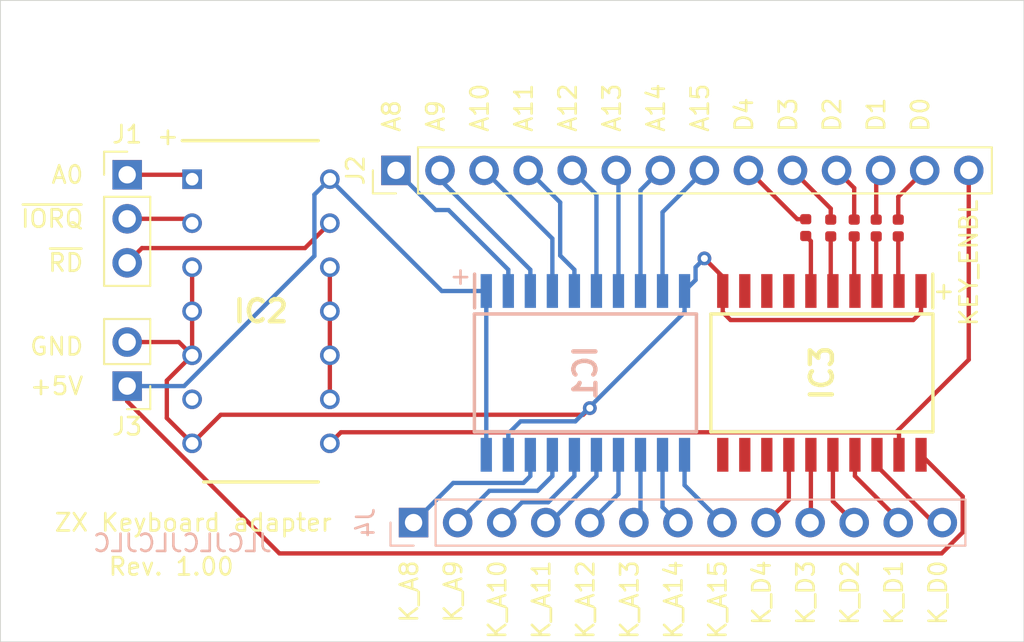
<source format=kicad_pcb>
(kicad_pcb (version 20171130) (host pcbnew "(5.1.6)-1")

  (general
    (thickness 1.6)
    (drawings 42)
    (tracks 137)
    (zones 0)
    (modules 12)
    (nets 39)
  )

  (page A4)
  (layers
    (0 F.Cu signal)
    (31 B.Cu signal)
    (32 B.Adhes user)
    (33 F.Adhes user)
    (34 B.Paste user)
    (35 F.Paste user)
    (36 B.SilkS user)
    (37 F.SilkS user)
    (38 B.Mask user)
    (39 F.Mask user)
    (40 Dwgs.User user hide)
    (41 Cmts.User user)
    (42 Eco1.User user)
    (43 Eco2.User user)
    (44 Edge.Cuts user)
    (45 Margin user)
    (46 B.CrtYd user hide)
    (47 F.CrtYd user hide)
    (48 B.Fab user hide)
    (49 F.Fab user hide)
  )

  (setup
    (last_trace_width 0.25)
    (trace_clearance 0.2)
    (zone_clearance 0.508)
    (zone_45_only no)
    (trace_min 0.2)
    (via_size 0.8)
    (via_drill 0.4)
    (via_min_size 0.4)
    (via_min_drill 0.3)
    (user_via 5 4)
    (uvia_size 0.3)
    (uvia_drill 0.1)
    (uvias_allowed no)
    (uvia_min_size 0.2)
    (uvia_min_drill 0.1)
    (edge_width 0.05)
    (segment_width 0.2)
    (pcb_text_width 0.3)
    (pcb_text_size 1.5 1.5)
    (mod_edge_width 0.12)
    (mod_text_size 1 1)
    (mod_text_width 0.15)
    (pad_size 1.524 1.524)
    (pad_drill 0.762)
    (pad_to_mask_clearance 0.05)
    (aux_axis_origin 0 0)
    (visible_elements 7FFFFFFF)
    (pcbplotparams
      (layerselection 0x010fc_ffffffff)
      (usegerberextensions false)
      (usegerberattributes true)
      (usegerberadvancedattributes true)
      (creategerberjobfile true)
      (excludeedgelayer true)
      (linewidth 0.100000)
      (plotframeref false)
      (viasonmask false)
      (mode 1)
      (useauxorigin false)
      (hpglpennumber 1)
      (hpglpenspeed 20)
      (hpglpendiameter 15.000000)
      (psnegative false)
      (psa4output false)
      (plotreference true)
      (plotvalue true)
      (plotinvisibletext false)
      (padsonsilk false)
      (subtractmaskfromsilk false)
      (outputformat 1)
      (mirror false)
      (drillshape 0)
      (scaleselection 1)
      (outputdirectory "gerber/"))
  )

  (net 0 "")
  (net 1 +5V)
  (net 2 GND)
  (net 3 /K_A8)
  (net 4 /K_A9)
  (net 5 /K_A10)
  (net 6 /K_A11)
  (net 7 /K_A12)
  (net 8 /K_A13)
  (net 9 /K_A14)
  (net 10 /K_A15)
  (net 11 "Net-(IC2-Pad10)")
  (net 12 /KEY_ENBL)
  (net 13 /K_D0)
  (net 14 /K_D1)
  (net 15 /K_D2)
  (net 16 /K_D3)
  (net 17 /K_D4)
  (net 18 "Net-(IC3-Pad6)")
  (net 19 "Net-(IC3-Pad5)")
  (net 20 "Net-(IC3-Pad4)")
  (net 21 "Net-(IC3-Pad3)")
  (net 22 "Net-(IC3-Pad2)")
  (net 23 /A15)
  (net 24 /A14)
  (net 25 /A13)
  (net 26 /A12)
  (net 27 /A11)
  (net 28 /A10)
  (net 29 /A9)
  (net 30 /A8)
  (net 31 /~RD)
  (net 32 /~IORQ)
  (net 33 /A0)
  (net 34 /D4)
  (net 35 /D3)
  (net 36 /D2)
  (net 37 /D1)
  (net 38 /D0)

  (net_class Default "This is the default net class."
    (clearance 0.2)
    (trace_width 0.25)
    (via_dia 0.8)
    (via_drill 0.4)
    (uvia_dia 0.3)
    (uvia_drill 0.1)
    (add_net +5V)
    (add_net /A0)
    (add_net /A10)
    (add_net /A11)
    (add_net /A12)
    (add_net /A13)
    (add_net /A14)
    (add_net /A15)
    (add_net /A8)
    (add_net /A9)
    (add_net /D0)
    (add_net /D1)
    (add_net /D2)
    (add_net /D3)
    (add_net /D4)
    (add_net /KEY_ENBL)
    (add_net /K_A10)
    (add_net /K_A11)
    (add_net /K_A12)
    (add_net /K_A13)
    (add_net /K_A14)
    (add_net /K_A15)
    (add_net /K_A8)
    (add_net /K_A9)
    (add_net /K_D0)
    (add_net /K_D1)
    (add_net /K_D2)
    (add_net /K_D3)
    (add_net /K_D4)
    (add_net /~IORQ)
    (add_net /~RD)
    (add_net GND)
    (add_net "Net-(IC2-Pad10)")
    (add_net "Net-(IC3-Pad2)")
    (add_net "Net-(IC3-Pad3)")
    (add_net "Net-(IC3-Pad4)")
    (add_net "Net-(IC3-Pad5)")
    (add_net "Net-(IC3-Pad6)")
  )

  (module Connector_PinSocket_2.54mm:PinSocket_1x13_P2.54mm_Vertical (layer B.Cu) (tedit 5A19A421) (tstamp 5F653298)
    (at 51.816 103.124 270)
    (descr "Through hole straight socket strip, 1x13, 2.54mm pitch, single row (from Kicad 4.0.7), script generated")
    (tags "Through hole socket strip THT 1x13 2.54mm single row")
    (path /5F69613A)
    (fp_text reference J4 (at 0 2.77 270) (layer B.SilkS)
      (effects (font (size 1 1) (thickness 0.15)) (justify mirror))
    )
    (fp_text value Conn_01x13 (at 0 -33.25 270) (layer B.Fab)
      (effects (font (size 1 1) (thickness 0.15)) (justify mirror))
    )
    (fp_line (start -1.27 1.27) (end 0.635 1.27) (layer B.Fab) (width 0.1))
    (fp_line (start 0.635 1.27) (end 1.27 0.635) (layer B.Fab) (width 0.1))
    (fp_line (start 1.27 0.635) (end 1.27 -31.75) (layer B.Fab) (width 0.1))
    (fp_line (start 1.27 -31.75) (end -1.27 -31.75) (layer B.Fab) (width 0.1))
    (fp_line (start -1.27 -31.75) (end -1.27 1.27) (layer B.Fab) (width 0.1))
    (fp_line (start -1.33 -1.27) (end 1.33 -1.27) (layer B.SilkS) (width 0.12))
    (fp_line (start -1.33 -1.27) (end -1.33 -31.81) (layer B.SilkS) (width 0.12))
    (fp_line (start -1.33 -31.81) (end 1.33 -31.81) (layer B.SilkS) (width 0.12))
    (fp_line (start 1.33 -1.27) (end 1.33 -31.81) (layer B.SilkS) (width 0.12))
    (fp_line (start 1.33 1.33) (end 1.33 0) (layer B.SilkS) (width 0.12))
    (fp_line (start 0 1.33) (end 1.33 1.33) (layer B.SilkS) (width 0.12))
    (fp_line (start -1.8 1.8) (end 1.75 1.8) (layer B.CrtYd) (width 0.05))
    (fp_line (start 1.75 1.8) (end 1.75 -32.25) (layer B.CrtYd) (width 0.05))
    (fp_line (start 1.75 -32.25) (end -1.8 -32.25) (layer B.CrtYd) (width 0.05))
    (fp_line (start -1.8 -32.25) (end -1.8 1.8) (layer B.CrtYd) (width 0.05))
    (fp_text user %R (at 0 -15.24) (layer B.Fab)
      (effects (font (size 1 1) (thickness 0.15)) (justify mirror))
    )
    (pad 13 thru_hole oval (at 0 -30.48 270) (size 1.7 1.7) (drill 1) (layers *.Cu *.Mask)
      (net 13 /K_D0))
    (pad 12 thru_hole oval (at 0 -27.94 270) (size 1.7 1.7) (drill 1) (layers *.Cu *.Mask)
      (net 14 /K_D1))
    (pad 11 thru_hole oval (at 0 -25.4 270) (size 1.7 1.7) (drill 1) (layers *.Cu *.Mask)
      (net 15 /K_D2))
    (pad 10 thru_hole oval (at 0 -22.86 270) (size 1.7 1.7) (drill 1) (layers *.Cu *.Mask)
      (net 16 /K_D3))
    (pad 9 thru_hole oval (at 0 -20.32 270) (size 1.7 1.7) (drill 1) (layers *.Cu *.Mask)
      (net 17 /K_D4))
    (pad 8 thru_hole oval (at 0 -17.78 270) (size 1.7 1.7) (drill 1) (layers *.Cu *.Mask)
      (net 10 /K_A15))
    (pad 7 thru_hole oval (at 0 -15.24 270) (size 1.7 1.7) (drill 1) (layers *.Cu *.Mask)
      (net 9 /K_A14))
    (pad 6 thru_hole oval (at 0 -12.7 270) (size 1.7 1.7) (drill 1) (layers *.Cu *.Mask)
      (net 8 /K_A13))
    (pad 5 thru_hole oval (at 0 -10.16 270) (size 1.7 1.7) (drill 1) (layers *.Cu *.Mask)
      (net 7 /K_A12))
    (pad 4 thru_hole oval (at 0 -7.62 270) (size 1.7 1.7) (drill 1) (layers *.Cu *.Mask)
      (net 6 /K_A11))
    (pad 3 thru_hole oval (at 0 -5.08 270) (size 1.7 1.7) (drill 1) (layers *.Cu *.Mask)
      (net 5 /K_A10))
    (pad 2 thru_hole oval (at 0 -2.54 270) (size 1.7 1.7) (drill 1) (layers *.Cu *.Mask)
      (net 4 /K_A9))
    (pad 1 thru_hole rect (at 0 0 270) (size 1.7 1.7) (drill 1) (layers *.Cu *.Mask)
      (net 3 /K_A8))
    (model ${KISYS3DMOD}/Connector_PinSocket_2.54mm.3dshapes/PinSocket_1x13_P2.54mm_Vertical.wrl
      (at (xyz 0 0 0))
      (scale (xyz 1 1 1))
      (rotate (xyz 0 0 0))
    )
  )

  (module Connector_PinHeader_2.54mm:PinHeader_1x02_P2.54mm_Vertical (layer F.Cu) (tedit 59FED5CC) (tstamp 5F63D56E)
    (at 35.306 95.25 180)
    (descr "Through hole straight pin header, 1x02, 2.54mm pitch, single row")
    (tags "Through hole pin header THT 1x02 2.54mm single row")
    (path /5F885BE0)
    (fp_text reference J3 (at 0 -2.33) (layer F.SilkS)
      (effects (font (size 1 1) (thickness 0.15)))
    )
    (fp_text value Conn_01x02 (at 0 4.87) (layer F.Fab)
      (effects (font (size 1 1) (thickness 0.15)))
    )
    (fp_line (start -0.635 -1.27) (end 1.27 -1.27) (layer F.Fab) (width 0.1))
    (fp_line (start 1.27 -1.27) (end 1.27 3.81) (layer F.Fab) (width 0.1))
    (fp_line (start 1.27 3.81) (end -1.27 3.81) (layer F.Fab) (width 0.1))
    (fp_line (start -1.27 3.81) (end -1.27 -0.635) (layer F.Fab) (width 0.1))
    (fp_line (start -1.27 -0.635) (end -0.635 -1.27) (layer F.Fab) (width 0.1))
    (fp_line (start -1.33 3.87) (end 1.33 3.87) (layer F.SilkS) (width 0.12))
    (fp_line (start -1.33 1.27) (end -1.33 3.87) (layer F.SilkS) (width 0.12))
    (fp_line (start 1.33 1.27) (end 1.33 3.87) (layer F.SilkS) (width 0.12))
    (fp_line (start -1.33 1.27) (end 1.33 1.27) (layer F.SilkS) (width 0.12))
    (fp_line (start -1.33 0) (end -1.33 -1.33) (layer F.SilkS) (width 0.12))
    (fp_line (start -1.33 -1.33) (end 0 -1.33) (layer F.SilkS) (width 0.12))
    (fp_line (start -1.8 -1.8) (end -1.8 4.35) (layer F.CrtYd) (width 0.05))
    (fp_line (start -1.8 4.35) (end 1.8 4.35) (layer F.CrtYd) (width 0.05))
    (fp_line (start 1.8 4.35) (end 1.8 -1.8) (layer F.CrtYd) (width 0.05))
    (fp_line (start 1.8 -1.8) (end -1.8 -1.8) (layer F.CrtYd) (width 0.05))
    (fp_text user %R (at 0 1.27 90) (layer F.Fab)
      (effects (font (size 1 1) (thickness 0.15)))
    )
    (pad 2 thru_hole oval (at 0 2.54 180) (size 1.7 1.7) (drill 1) (layers *.Cu *.Mask)
      (net 2 GND))
    (pad 1 thru_hole rect (at 0 0 180) (size 1.7 1.7) (drill 1) (layers *.Cu *.Mask)
      (net 1 +5V))
    (model ${KISYS3DMOD}/Connector_PinHeader_2.54mm.3dshapes/PinHeader_1x02_P2.54mm_Vertical.wrl
      (at (xyz 0 0 0))
      (scale (xyz 1 1 1))
      (rotate (xyz 0 0 0))
    )
  )

  (module Connector_PinHeader_2.54mm:PinHeader_1x14_P2.54mm_Vertical (layer F.Cu) (tedit 59FED5CC) (tstamp 5F63824C)
    (at 50.8 82.804 90)
    (descr "Through hole straight pin header, 1x14, 2.54mm pitch, single row")
    (tags "Through hole pin header THT 1x14 2.54mm single row")
    (path /5F68D465)
    (fp_text reference J2 (at 0 -2.33 90) (layer F.SilkS)
      (effects (font (size 1 1) (thickness 0.15)))
    )
    (fp_text value Conn_01x14 (at 0 35.35 90) (layer F.Fab)
      (effects (font (size 1 1) (thickness 0.15)))
    )
    (fp_line (start -0.635 -1.27) (end 1.27 -1.27) (layer F.Fab) (width 0.1))
    (fp_line (start 1.27 -1.27) (end 1.27 34.29) (layer F.Fab) (width 0.1))
    (fp_line (start 1.27 34.29) (end -1.27 34.29) (layer F.Fab) (width 0.1))
    (fp_line (start -1.27 34.29) (end -1.27 -0.635) (layer F.Fab) (width 0.1))
    (fp_line (start -1.27 -0.635) (end -0.635 -1.27) (layer F.Fab) (width 0.1))
    (fp_line (start -1.33 34.35) (end 1.33 34.35) (layer F.SilkS) (width 0.12))
    (fp_line (start -1.33 1.27) (end -1.33 34.35) (layer F.SilkS) (width 0.12))
    (fp_line (start 1.33 1.27) (end 1.33 34.35) (layer F.SilkS) (width 0.12))
    (fp_line (start -1.33 1.27) (end 1.33 1.27) (layer F.SilkS) (width 0.12))
    (fp_line (start -1.33 0) (end -1.33 -1.33) (layer F.SilkS) (width 0.12))
    (fp_line (start -1.33 -1.33) (end 0 -1.33) (layer F.SilkS) (width 0.12))
    (fp_line (start -1.8 -1.8) (end -1.8 34.8) (layer F.CrtYd) (width 0.05))
    (fp_line (start -1.8 34.8) (end 1.8 34.8) (layer F.CrtYd) (width 0.05))
    (fp_line (start 1.8 34.8) (end 1.8 -1.8) (layer F.CrtYd) (width 0.05))
    (fp_line (start 1.8 -1.8) (end -1.8 -1.8) (layer F.CrtYd) (width 0.05))
    (fp_text user %R (at 0 16.51) (layer F.Fab)
      (effects (font (size 1 1) (thickness 0.15)))
    )
    (pad 14 thru_hole oval (at 0 33.02 90) (size 1.7 1.7) (drill 1) (layers *.Cu *.Mask)
      (net 12 /KEY_ENBL))
    (pad 13 thru_hole oval (at 0 30.48 90) (size 1.7 1.7) (drill 1) (layers *.Cu *.Mask)
      (net 38 /D0))
    (pad 12 thru_hole oval (at 0 27.94 90) (size 1.7 1.7) (drill 1) (layers *.Cu *.Mask)
      (net 37 /D1))
    (pad 11 thru_hole oval (at 0 25.4 90) (size 1.7 1.7) (drill 1) (layers *.Cu *.Mask)
      (net 36 /D2))
    (pad 10 thru_hole oval (at 0 22.86 90) (size 1.7 1.7) (drill 1) (layers *.Cu *.Mask)
      (net 35 /D3))
    (pad 9 thru_hole oval (at 0 20.32 90) (size 1.7 1.7) (drill 1) (layers *.Cu *.Mask)
      (net 34 /D4))
    (pad 8 thru_hole oval (at 0 17.78 90) (size 1.7 1.7) (drill 1) (layers *.Cu *.Mask)
      (net 23 /A15))
    (pad 7 thru_hole oval (at 0 15.24 90) (size 1.7 1.7) (drill 1) (layers *.Cu *.Mask)
      (net 24 /A14))
    (pad 6 thru_hole oval (at 0 12.7 90) (size 1.7 1.7) (drill 1) (layers *.Cu *.Mask)
      (net 25 /A13))
    (pad 5 thru_hole oval (at 0 10.16 90) (size 1.7 1.7) (drill 1) (layers *.Cu *.Mask)
      (net 26 /A12))
    (pad 4 thru_hole oval (at 0 7.62 90) (size 1.7 1.7) (drill 1) (layers *.Cu *.Mask)
      (net 27 /A11))
    (pad 3 thru_hole oval (at 0 5.08 90) (size 1.7 1.7) (drill 1) (layers *.Cu *.Mask)
      (net 28 /A10))
    (pad 2 thru_hole oval (at 0 2.54 90) (size 1.7 1.7) (drill 1) (layers *.Cu *.Mask)
      (net 29 /A9))
    (pad 1 thru_hole rect (at 0 0 90) (size 1.7 1.7) (drill 1) (layers *.Cu *.Mask)
      (net 30 /A8))
    (model ${KISYS3DMOD}/Connector_PinHeader_2.54mm.3dshapes/PinHeader_1x14_P2.54mm_Vertical.wrl
      (at (xyz 0 0 0))
      (scale (xyz 1 1 1))
      (rotate (xyz 0 0 0))
    )
  )

  (module Connector_PinHeader_2.54mm:PinHeader_1x03_P2.54mm_Vertical (layer F.Cu) (tedit 59FED5CC) (tstamp 5F63822A)
    (at 35.306 83.058)
    (descr "Through hole straight pin header, 1x03, 2.54mm pitch, single row")
    (tags "Through hole pin header THT 1x03 2.54mm single row")
    (path /5F648B45)
    (fp_text reference J1 (at 0 -2.33) (layer F.SilkS)
      (effects (font (size 1 1) (thickness 0.15)))
    )
    (fp_text value Conn_01x03 (at 0 7.41) (layer F.Fab)
      (effects (font (size 1 1) (thickness 0.15)))
    )
    (fp_line (start -0.635 -1.27) (end 1.27 -1.27) (layer F.Fab) (width 0.1))
    (fp_line (start 1.27 -1.27) (end 1.27 6.35) (layer F.Fab) (width 0.1))
    (fp_line (start 1.27 6.35) (end -1.27 6.35) (layer F.Fab) (width 0.1))
    (fp_line (start -1.27 6.35) (end -1.27 -0.635) (layer F.Fab) (width 0.1))
    (fp_line (start -1.27 -0.635) (end -0.635 -1.27) (layer F.Fab) (width 0.1))
    (fp_line (start -1.33 6.41) (end 1.33 6.41) (layer F.SilkS) (width 0.12))
    (fp_line (start -1.33 1.27) (end -1.33 6.41) (layer F.SilkS) (width 0.12))
    (fp_line (start 1.33 1.27) (end 1.33 6.41) (layer F.SilkS) (width 0.12))
    (fp_line (start -1.33 1.27) (end 1.33 1.27) (layer F.SilkS) (width 0.12))
    (fp_line (start -1.33 0) (end -1.33 -1.33) (layer F.SilkS) (width 0.12))
    (fp_line (start -1.33 -1.33) (end 0 -1.33) (layer F.SilkS) (width 0.12))
    (fp_line (start -1.8 -1.8) (end -1.8 6.85) (layer F.CrtYd) (width 0.05))
    (fp_line (start -1.8 6.85) (end 1.8 6.85) (layer F.CrtYd) (width 0.05))
    (fp_line (start 1.8 6.85) (end 1.8 -1.8) (layer F.CrtYd) (width 0.05))
    (fp_line (start 1.8 -1.8) (end -1.8 -1.8) (layer F.CrtYd) (width 0.05))
    (fp_text user %R (at 0 2.54 90) (layer F.Fab)
      (effects (font (size 1 1) (thickness 0.15)))
    )
    (pad 3 thru_hole oval (at 0 5.08) (size 1.7 1.7) (drill 1) (layers *.Cu *.Mask)
      (net 31 /~RD))
    (pad 2 thru_hole oval (at 0 2.54) (size 1.7 1.7) (drill 1) (layers *.Cu *.Mask)
      (net 32 /~IORQ))
    (pad 1 thru_hole rect (at 0 0) (size 1.7 1.7) (drill 1) (layers *.Cu *.Mask)
      (net 33 /A0))
    (model ${KISYS3DMOD}/Connector_PinHeader_2.54mm.3dshapes/PinHeader_1x03_P2.54mm_Vertical.wrl
      (at (xyz 0 0 0))
      (scale (xyz 1 1 1))
      (rotate (xyz 0 0 0))
    )
  )

  (module Resistor_SMD:R_0402_1005Metric (layer F.Cu) (tedit 5B301BBD) (tstamp 5F63AD96)
    (at 79.756 86.129 90)
    (descr "Resistor SMD 0402 (1005 Metric), square (rectangular) end terminal, IPC_7351 nominal, (Body size source: http://www.tortai-tech.com/upload/download/2011102023233369053.pdf), generated with kicad-footprint-generator")
    (tags resistor)
    (path /5F778D57)
    (attr smd)
    (fp_text reference R?-R1 (at 0.3764 1.3032 90) (layer F.SilkS) hide
      (effects (font (size 1 1) (thickness 0.15)))
    )
    (fp_text value 1.5K (at 0 1.17 90) (layer F.Fab)
      (effects (font (size 1 1) (thickness 0.15)))
    )
    (fp_line (start 0.93 0.47) (end -0.93 0.47) (layer F.CrtYd) (width 0.05))
    (fp_line (start 0.93 -0.47) (end 0.93 0.47) (layer F.CrtYd) (width 0.05))
    (fp_line (start -0.93 -0.47) (end 0.93 -0.47) (layer F.CrtYd) (width 0.05))
    (fp_line (start -0.93 0.47) (end -0.93 -0.47) (layer F.CrtYd) (width 0.05))
    (fp_line (start 0.5 0.25) (end -0.5 0.25) (layer F.Fab) (width 0.1))
    (fp_line (start 0.5 -0.25) (end 0.5 0.25) (layer F.Fab) (width 0.1))
    (fp_line (start -0.5 -0.25) (end 0.5 -0.25) (layer F.Fab) (width 0.1))
    (fp_line (start -0.5 0.25) (end -0.5 -0.25) (layer F.Fab) (width 0.1))
    (fp_text user %R (at 0 0 90) (layer F.Fab)
      (effects (font (size 0.25 0.25) (thickness 0.04)))
    )
    (pad 2 smd roundrect (at 0.485 0 90) (size 0.59 0.64) (layers F.Cu F.Paste F.Mask) (roundrect_rratio 0.25)
      (net 38 /D0))
    (pad 1 smd roundrect (at -0.485 0 90) (size 0.59 0.64) (layers F.Cu F.Paste F.Mask) (roundrect_rratio 0.25)
      (net 22 "Net-(IC3-Pad2)"))
    (model ${KISYS3DMOD}/Resistor_SMD.3dshapes/R_0402_1005Metric.wrl
      (at (xyz 0 0 0))
      (scale (xyz 1 1 1))
      (rotate (xyz 0 0 0))
    )
  )

  (module Resistor_SMD:R_0402_1005Metric (layer F.Cu) (tedit 5B301BBD) (tstamp 5F63AD87)
    (at 74.422 86.106 90)
    (descr "Resistor SMD 0402 (1005 Metric), square (rectangular) end terminal, IPC_7351 nominal, (Body size source: http://www.tortai-tech.com/upload/download/2011102023233369053.pdf), generated with kicad-footprint-generator")
    (tags resistor)
    (path /5F7762E9)
    (attr smd)
    (fp_text reference R4 (at 2.487 0.0332 90) (layer F.SilkS) hide
      (effects (font (size 1 1) (thickness 0.15)))
    )
    (fp_text value 1.5K (at 0 1.17 90) (layer F.Fab)
      (effects (font (size 1 1) (thickness 0.15)))
    )
    (fp_line (start 0.93 0.47) (end -0.93 0.47) (layer F.CrtYd) (width 0.05))
    (fp_line (start 0.93 -0.47) (end 0.93 0.47) (layer F.CrtYd) (width 0.05))
    (fp_line (start -0.93 -0.47) (end 0.93 -0.47) (layer F.CrtYd) (width 0.05))
    (fp_line (start -0.93 0.47) (end -0.93 -0.47) (layer F.CrtYd) (width 0.05))
    (fp_line (start 0.5 0.25) (end -0.5 0.25) (layer F.Fab) (width 0.1))
    (fp_line (start 0.5 -0.25) (end 0.5 0.25) (layer F.Fab) (width 0.1))
    (fp_line (start -0.5 -0.25) (end 0.5 -0.25) (layer F.Fab) (width 0.1))
    (fp_line (start -0.5 0.25) (end -0.5 -0.25) (layer F.Fab) (width 0.1))
    (fp_text user %R (at 0 0 90) (layer F.Fab)
      (effects (font (size 0.25 0.25) (thickness 0.04)))
    )
    (pad 2 smd roundrect (at 0.485 0 90) (size 0.59 0.64) (layers F.Cu F.Paste F.Mask) (roundrect_rratio 0.25)
      (net 34 /D4))
    (pad 1 smd roundrect (at -0.485 0 90) (size 0.59 0.64) (layers F.Cu F.Paste F.Mask) (roundrect_rratio 0.25)
      (net 18 "Net-(IC3-Pad6)"))
    (model ${KISYS3DMOD}/Resistor_SMD.3dshapes/R_0402_1005Metric.wrl
      (at (xyz 0 0 0))
      (scale (xyz 1 1 1))
      (rotate (xyz 0 0 0))
    )
  )

  (module Resistor_SMD:R_0402_1005Metric (layer F.Cu) (tedit 5B301BBD) (tstamp 5F63AD78)
    (at 75.8636 86.129 90)
    (descr "Resistor SMD 0402 (1005 Metric), square (rectangular) end terminal, IPC_7351 nominal, (Body size source: http://www.tortai-tech.com/upload/download/2011102023233369053.pdf), generated with kicad-footprint-generator")
    (tags resistor)
    (path /5F778111)
    (attr smd)
    (fp_text reference R3 (at 2.2884 0.0824 90) (layer F.SilkS) hide
      (effects (font (size 1 1) (thickness 0.15)))
    )
    (fp_text value 1.5K (at 0 1.17 90) (layer F.Fab)
      (effects (font (size 1 1) (thickness 0.15)))
    )
    (fp_line (start 0.93 0.47) (end -0.93 0.47) (layer F.CrtYd) (width 0.05))
    (fp_line (start 0.93 -0.47) (end 0.93 0.47) (layer F.CrtYd) (width 0.05))
    (fp_line (start -0.93 -0.47) (end 0.93 -0.47) (layer F.CrtYd) (width 0.05))
    (fp_line (start -0.93 0.47) (end -0.93 -0.47) (layer F.CrtYd) (width 0.05))
    (fp_line (start 0.5 0.25) (end -0.5 0.25) (layer F.Fab) (width 0.1))
    (fp_line (start 0.5 -0.25) (end 0.5 0.25) (layer F.Fab) (width 0.1))
    (fp_line (start -0.5 -0.25) (end 0.5 -0.25) (layer F.Fab) (width 0.1))
    (fp_line (start -0.5 0.25) (end -0.5 -0.25) (layer F.Fab) (width 0.1))
    (fp_text user %R (at 0 0 90) (layer F.Fab)
      (effects (font (size 0.25 0.25) (thickness 0.04)))
    )
    (pad 2 smd roundrect (at 0.485 0 90) (size 0.59 0.64) (layers F.Cu F.Paste F.Mask) (roundrect_rratio 0.25)
      (net 35 /D3))
    (pad 1 smd roundrect (at -0.485 0 90) (size 0.59 0.64) (layers F.Cu F.Paste F.Mask) (roundrect_rratio 0.25)
      (net 19 "Net-(IC3-Pad5)"))
    (model ${KISYS3DMOD}/Resistor_SMD.3dshapes/R_0402_1005Metric.wrl
      (at (xyz 0 0 0))
      (scale (xyz 1 1 1))
      (rotate (xyz 0 0 0))
    )
  )

  (module Resistor_SMD:R_0402_1005Metric (layer F.Cu) (tedit 5B301BBD) (tstamp 5F63AD69)
    (at 77.216 86.129 90)
    (descr "Resistor SMD 0402 (1005 Metric), square (rectangular) end terminal, IPC_7351 nominal, (Body size source: http://www.tortai-tech.com/upload/download/2011102023233369053.pdf), generated with kicad-footprint-generator")
    (tags resistor)
    (path /5F778635)
    (attr smd)
    (fp_text reference R2 (at 2.5424 -0.0336 90) (layer F.SilkS) hide
      (effects (font (size 1 1) (thickness 0.15)))
    )
    (fp_text value 1.5K (at 0 1.17 90) (layer F.Fab)
      (effects (font (size 1 1) (thickness 0.15)))
    )
    (fp_line (start 0.93 0.47) (end -0.93 0.47) (layer F.CrtYd) (width 0.05))
    (fp_line (start 0.93 -0.47) (end 0.93 0.47) (layer F.CrtYd) (width 0.05))
    (fp_line (start -0.93 -0.47) (end 0.93 -0.47) (layer F.CrtYd) (width 0.05))
    (fp_line (start -0.93 0.47) (end -0.93 -0.47) (layer F.CrtYd) (width 0.05))
    (fp_line (start 0.5 0.25) (end -0.5 0.25) (layer F.Fab) (width 0.1))
    (fp_line (start 0.5 -0.25) (end 0.5 0.25) (layer F.Fab) (width 0.1))
    (fp_line (start -0.5 -0.25) (end 0.5 -0.25) (layer F.Fab) (width 0.1))
    (fp_line (start -0.5 0.25) (end -0.5 -0.25) (layer F.Fab) (width 0.1))
    (fp_text user %R (at 0 0 90) (layer F.Fab)
      (effects (font (size 0.25 0.25) (thickness 0.04)))
    )
    (pad 2 smd roundrect (at 0.485 0 90) (size 0.59 0.64) (layers F.Cu F.Paste F.Mask) (roundrect_rratio 0.25)
      (net 36 /D2))
    (pad 1 smd roundrect (at -0.485 0 90) (size 0.59 0.64) (layers F.Cu F.Paste F.Mask) (roundrect_rratio 0.25)
      (net 20 "Net-(IC3-Pad4)"))
    (model ${KISYS3DMOD}/Resistor_SMD.3dshapes/R_0402_1005Metric.wrl
      (at (xyz 0 0 0))
      (scale (xyz 1 1 1))
      (rotate (xyz 0 0 0))
    )
  )

  (module Resistor_SMD:R_0402_1005Metric (layer F.Cu) (tedit 5B301BBD) (tstamp 5F63AD5A)
    (at 78.486 86.129 90)
    (descr "Resistor SMD 0402 (1005 Metric), square (rectangular) end terminal, IPC_7351 nominal, (Body size source: http://www.tortai-tech.com/upload/download/2011102023233369053.pdf), generated with kicad-footprint-generator")
    (tags resistor)
    (path /5F7789CC)
    (attr smd)
    (fp_text reference R1 (at 2.5424 0.1044 90) (layer F.SilkS) hide
      (effects (font (size 1 1) (thickness 0.15)))
    )
    (fp_text value 1.5K (at 0 1.17 90) (layer F.Fab)
      (effects (font (size 1 1) (thickness 0.15)))
    )
    (fp_line (start 0.93 0.47) (end -0.93 0.47) (layer F.CrtYd) (width 0.05))
    (fp_line (start 0.93 -0.47) (end 0.93 0.47) (layer F.CrtYd) (width 0.05))
    (fp_line (start -0.93 -0.47) (end 0.93 -0.47) (layer F.CrtYd) (width 0.05))
    (fp_line (start -0.93 0.47) (end -0.93 -0.47) (layer F.CrtYd) (width 0.05))
    (fp_line (start 0.5 0.25) (end -0.5 0.25) (layer F.Fab) (width 0.1))
    (fp_line (start 0.5 -0.25) (end 0.5 0.25) (layer F.Fab) (width 0.1))
    (fp_line (start -0.5 -0.25) (end 0.5 -0.25) (layer F.Fab) (width 0.1))
    (fp_line (start -0.5 0.25) (end -0.5 -0.25) (layer F.Fab) (width 0.1))
    (fp_text user %R (at 0 0 90) (layer F.Fab)
      (effects (font (size 0.25 0.25) (thickness 0.04)))
    )
    (pad 2 smd roundrect (at 0.485 0 90) (size 0.59 0.64) (layers F.Cu F.Paste F.Mask) (roundrect_rratio 0.25)
      (net 37 /D1))
    (pad 1 smd roundrect (at -0.485 0 90) (size 0.59 0.64) (layers F.Cu F.Paste F.Mask) (roundrect_rratio 0.25)
      (net 21 "Net-(IC3-Pad3)"))
    (model ${KISYS3DMOD}/Resistor_SMD.3dshapes/R_0402_1005Metric.wrl
      (at (xyz 0 0 0))
      (scale (xyz 1 1 1))
      (rotate (xyz 0 0 0))
    )
  )

  (module SamacSys_Parts:SOIC127P1030X265-20N (layer F.Cu) (tedit 0) (tstamp 5F63AD4B)
    (at 75.354 94.488 270)
    (descr DW)
    (tags "Integrated Circuit")
    (path /5F638018)
    (attr smd)
    (fp_text reference IC3 (at 0 0 90) (layer F.SilkS)
      (effects (font (size 1.27 1.27) (thickness 0.254)))
    )
    (fp_text value SN74LS245DW (at 0 0 90) (layer F.SilkS) hide
      (effects (font (size 1.27 1.27) (thickness 0.254)))
    )
    (fp_line (start -5.7 -6.39) (end -3.75 -6.39) (layer F.SilkS) (width 0.2))
    (fp_line (start -3.4 6.4) (end -3.4 -6.4) (layer F.SilkS) (width 0.2))
    (fp_line (start 3.4 6.4) (end -3.4 6.4) (layer F.SilkS) (width 0.2))
    (fp_line (start 3.4 -6.4) (end 3.4 6.4) (layer F.SilkS) (width 0.2))
    (fp_line (start -3.4 -6.4) (end 3.4 -6.4) (layer F.SilkS) (width 0.2))
    (fp_line (start -3.75 -5.13) (end -2.48 -6.4) (layer F.Fab) (width 0.1))
    (fp_line (start -3.75 6.4) (end -3.75 -6.4) (layer F.Fab) (width 0.1))
    (fp_line (start 3.75 6.4) (end -3.75 6.4) (layer F.Fab) (width 0.1))
    (fp_line (start 3.75 -6.4) (end 3.75 6.4) (layer F.Fab) (width 0.1))
    (fp_line (start -3.75 -6.4) (end 3.75 -6.4) (layer F.Fab) (width 0.1))
    (fp_line (start -5.95 6.75) (end -5.95 -6.75) (layer F.CrtYd) (width 0.05))
    (fp_line (start 5.95 6.75) (end -5.95 6.75) (layer F.CrtYd) (width 0.05))
    (fp_line (start 5.95 -6.75) (end 5.95 6.75) (layer F.CrtYd) (width 0.05))
    (fp_line (start -5.95 -6.75) (end 5.95 -6.75) (layer F.CrtYd) (width 0.05))
    (fp_text user %R (at 0 0 90) (layer F.Fab)
      (effects (font (size 1.27 1.27) (thickness 0.254)))
    )
    (pad 20 smd rect (at 4.725 -5.715) (size 0.65 1.95) (layers F.Cu F.Paste F.Mask)
      (net 1 +5V))
    (pad 19 smd rect (at 4.725 -4.445) (size 0.65 1.95) (layers F.Cu F.Paste F.Mask)
      (net 12 /KEY_ENBL))
    (pad 18 smd rect (at 4.725 -3.175) (size 0.65 1.95) (layers F.Cu F.Paste F.Mask)
      (net 13 /K_D0))
    (pad 17 smd rect (at 4.725 -1.905) (size 0.65 1.95) (layers F.Cu F.Paste F.Mask)
      (net 14 /K_D1))
    (pad 16 smd rect (at 4.725 -0.635) (size 0.65 1.95) (layers F.Cu F.Paste F.Mask)
      (net 15 /K_D2))
    (pad 15 smd rect (at 4.725 0.635) (size 0.65 1.95) (layers F.Cu F.Paste F.Mask)
      (net 16 /K_D3))
    (pad 14 smd rect (at 4.725 1.905) (size 0.65 1.95) (layers F.Cu F.Paste F.Mask)
      (net 17 /K_D4))
    (pad 13 smd rect (at 4.725 3.175) (size 0.65 1.95) (layers F.Cu F.Paste F.Mask))
    (pad 12 smd rect (at 4.725 4.445) (size 0.65 1.95) (layers F.Cu F.Paste F.Mask))
    (pad 11 smd rect (at 4.725 5.715) (size 0.65 1.95) (layers F.Cu F.Paste F.Mask))
    (pad 10 smd rect (at -4.725 5.715) (size 0.65 1.95) (layers F.Cu F.Paste F.Mask)
      (net 2 GND))
    (pad 9 smd rect (at -4.725 4.445) (size 0.65 1.95) (layers F.Cu F.Paste F.Mask))
    (pad 8 smd rect (at -4.725 3.175) (size 0.65 1.95) (layers F.Cu F.Paste F.Mask))
    (pad 7 smd rect (at -4.725 1.905) (size 0.65 1.95) (layers F.Cu F.Paste F.Mask))
    (pad 6 smd rect (at -4.725 0.635) (size 0.65 1.95) (layers F.Cu F.Paste F.Mask)
      (net 18 "Net-(IC3-Pad6)"))
    (pad 5 smd rect (at -4.725 -0.635) (size 0.65 1.95) (layers F.Cu F.Paste F.Mask)
      (net 19 "Net-(IC3-Pad5)"))
    (pad 4 smd rect (at -4.725 -1.905) (size 0.65 1.95) (layers F.Cu F.Paste F.Mask)
      (net 20 "Net-(IC3-Pad4)"))
    (pad 3 smd rect (at -4.725 -3.175) (size 0.65 1.95) (layers F.Cu F.Paste F.Mask)
      (net 21 "Net-(IC3-Pad3)"))
    (pad 2 smd rect (at -4.725 -4.445) (size 0.65 1.95) (layers F.Cu F.Paste F.Mask)
      (net 22 "Net-(IC3-Pad2)"))
    (pad 1 smd rect (at -4.725 -5.715) (size 0.65 1.95) (layers F.Cu F.Paste F.Mask)
      (net 2 GND))
    (model "D:\\docs\\GitHub\\DIY\\zx\\pentagon 128 portable\\KiCad\\SamacSys_Parts.3dshapes\\SN74LS245DW.stp"
      (at (xyz 0 0 0))
      (scale (xyz 1 1 1))
      (rotate (xyz 0 0 0))
    )
  )

  (module SamacSys_Parts:DIP794W53P254L1930H508Q14N (layer F.Cu) (tedit 0) (tstamp 5F63AD24)
    (at 43.02 90.932)
    (descr "N (R-PDIP-T)_1")
    (tags "Integrated Circuit")
    (path /5F639610)
    (fp_text reference IC2 (at 0 0) (layer F.SilkS)
      (effects (font (size 1.27 1.27) (thickness 0.254)))
    )
    (fp_text value SN74LS27N (at 0 0) (layer F.SilkS) hide
      (effects (font (size 1.27 1.27) (thickness 0.254)))
    )
    (fp_line (start -3.3 9.845) (end 3.3 9.845) (layer F.SilkS) (width 0.2))
    (fp_line (start -4.535 -9.845) (end 3.3 -9.845) (layer F.SilkS) (width 0.2))
    (fp_line (start -3.3 -8.575) (end -2.03 -9.845) (layer F.Fab) (width 0.1))
    (fp_line (start -3.3 9.845) (end -3.3 -9.845) (layer F.Fab) (width 0.1))
    (fp_line (start 3.3 9.845) (end -3.3 9.845) (layer F.Fab) (width 0.1))
    (fp_line (start 3.3 -9.845) (end 3.3 9.845) (layer F.Fab) (width 0.1))
    (fp_line (start -3.3 -9.845) (end 3.3 -9.845) (layer F.Fab) (width 0.1))
    (fp_line (start -4.945 10.095) (end -4.945 -10.095) (layer F.CrtYd) (width 0.05))
    (fp_line (start 4.945 10.095) (end -4.945 10.095) (layer F.CrtYd) (width 0.05))
    (fp_line (start 4.945 -10.095) (end 4.945 10.095) (layer F.CrtYd) (width 0.05))
    (fp_line (start -4.945 -10.095) (end 4.945 -10.095) (layer F.CrtYd) (width 0.05))
    (fp_text user %R (at 0 0) (layer F.Fab)
      (effects (font (size 1.27 1.27) (thickness 0.254)))
    )
    (pad 14 thru_hole circle (at 3.97 -7.62) (size 1.13 1.13) (drill 0.73) (layers *.Cu *.Mask)
      (net 1 +5V))
    (pad 13 thru_hole circle (at 3.97 -5.08) (size 1.13 1.13) (drill 0.73) (layers *.Cu *.Mask)
      (net 31 /~RD))
    (pad 12 thru_hole circle (at 3.97 -2.54) (size 1.13 1.13) (drill 0.73) (layers *.Cu *.Mask)
      (net 11 "Net-(IC2-Pad10)"))
    (pad 11 thru_hole circle (at 3.97 0) (size 1.13 1.13) (drill 0.73) (layers *.Cu *.Mask)
      (net 11 "Net-(IC2-Pad10)"))
    (pad 10 thru_hole circle (at 3.97 2.54) (size 1.13 1.13) (drill 0.73) (layers *.Cu *.Mask)
      (net 11 "Net-(IC2-Pad10)"))
    (pad 9 thru_hole circle (at 3.97 5.08) (size 1.13 1.13) (drill 0.73) (layers *.Cu *.Mask)
      (net 11 "Net-(IC2-Pad10)"))
    (pad 8 thru_hole circle (at 3.97 7.62) (size 1.13 1.13) (drill 0.73) (layers *.Cu *.Mask)
      (net 12 /KEY_ENBL))
    (pad 7 thru_hole circle (at -3.97 7.62) (size 1.13 1.13) (drill 0.73) (layers *.Cu *.Mask)
      (net 2 GND))
    (pad 6 thru_hole circle (at -3.97 5.08) (size 1.13 1.13) (drill 0.73) (layers *.Cu *.Mask))
    (pad 5 thru_hole circle (at -3.97 2.54) (size 1.13 1.13) (drill 0.73) (layers *.Cu *.Mask)
      (net 2 GND))
    (pad 4 thru_hole circle (at -3.97 0) (size 1.13 1.13) (drill 0.73) (layers *.Cu *.Mask)
      (net 2 GND))
    (pad 3 thru_hole circle (at -3.97 -2.54) (size 1.13 1.13) (drill 0.73) (layers *.Cu *.Mask)
      (net 2 GND))
    (pad 2 thru_hole circle (at -3.97 -5.08) (size 1.13 1.13) (drill 0.73) (layers *.Cu *.Mask)
      (net 32 /~IORQ))
    (pad 1 thru_hole rect (at -3.97 -7.62) (size 1.13 1.13) (drill 0.73) (layers *.Cu *.Mask)
      (net 33 /A0))
    (model "D:\\docs\\GitHub\\DIY\\zx\\pentagon 128 portable\\KiCad\\SamacSys_Parts.3dshapes\\SN74LS27N.stp"
      (at (xyz 0 0 0))
      (scale (xyz 1 1 1))
      (rotate (xyz 0 0 0))
    )
  )

  (module SamacSys_Parts:SOIC127P1030X265-20N (layer B.Cu) (tedit 0) (tstamp 5F63AD06)
    (at 61.722 94.488 270)
    (descr DW)
    (tags "Integrated Circuit")
    (path /5F635A2B)
    (attr smd)
    (fp_text reference IC1 (at 0 0 270) (layer B.SilkS)
      (effects (font (size 1.27 1.27) (thickness 0.254)) (justify mirror))
    )
    (fp_text value SN74LS245DW (at 0 0 180) (layer B.SilkS) hide
      (effects (font (size 1.27 1.27) (thickness 0.254)) (justify mirror))
    )
    (fp_line (start -5.7 6.39) (end -3.75 6.39) (layer B.SilkS) (width 0.2))
    (fp_line (start -3.4 -6.4) (end -3.4 6.4) (layer B.SilkS) (width 0.2))
    (fp_line (start 3.4 -6.4) (end -3.4 -6.4) (layer B.SilkS) (width 0.2))
    (fp_line (start 3.4 6.4) (end 3.4 -6.4) (layer B.SilkS) (width 0.2))
    (fp_line (start -3.4 6.4) (end 3.4 6.4) (layer B.SilkS) (width 0.2))
    (fp_line (start -3.75 5.13) (end -2.48 6.4) (layer B.Fab) (width 0.1))
    (fp_line (start -3.75 -6.4) (end -3.75 6.4) (layer B.Fab) (width 0.1))
    (fp_line (start 3.75 -6.4) (end -3.75 -6.4) (layer B.Fab) (width 0.1))
    (fp_line (start 3.75 6.4) (end 3.75 -6.4) (layer B.Fab) (width 0.1))
    (fp_line (start -3.75 6.4) (end 3.75 6.4) (layer B.Fab) (width 0.1))
    (fp_line (start -5.95 -6.75) (end -5.95 6.75) (layer B.CrtYd) (width 0.05))
    (fp_line (start 5.95 -6.75) (end -5.95 -6.75) (layer B.CrtYd) (width 0.05))
    (fp_line (start 5.95 6.75) (end 5.95 -6.75) (layer B.CrtYd) (width 0.05))
    (fp_line (start -5.95 6.75) (end 5.95 6.75) (layer B.CrtYd) (width 0.05))
    (fp_text user %R (at 0 0 270) (layer B.Fab)
      (effects (font (size 1.27 1.27) (thickness 0.254)) (justify mirror))
    )
    (pad 20 smd rect (at 4.725 5.715 180) (size 0.65 1.95) (layers B.Cu B.Paste B.Mask)
      (net 1 +5V))
    (pad 19 smd rect (at 4.725 4.445 180) (size 0.65 1.95) (layers B.Cu B.Paste B.Mask)
      (net 2 GND))
    (pad 18 smd rect (at 4.725 3.175 180) (size 0.65 1.95) (layers B.Cu B.Paste B.Mask)
      (net 3 /K_A8))
    (pad 17 smd rect (at 4.725 1.905 180) (size 0.65 1.95) (layers B.Cu B.Paste B.Mask)
      (net 4 /K_A9))
    (pad 16 smd rect (at 4.725 0.635 180) (size 0.65 1.95) (layers B.Cu B.Paste B.Mask)
      (net 5 /K_A10))
    (pad 15 smd rect (at 4.725 -0.635 180) (size 0.65 1.95) (layers B.Cu B.Paste B.Mask)
      (net 6 /K_A11))
    (pad 14 smd rect (at 4.725 -1.905 180) (size 0.65 1.95) (layers B.Cu B.Paste B.Mask)
      (net 7 /K_A12))
    (pad 13 smd rect (at 4.725 -3.175 180) (size 0.65 1.95) (layers B.Cu B.Paste B.Mask)
      (net 8 /K_A13))
    (pad 12 smd rect (at 4.725 -4.445 180) (size 0.65 1.95) (layers B.Cu B.Paste B.Mask)
      (net 9 /K_A14))
    (pad 11 smd rect (at 4.725 -5.715 180) (size 0.65 1.95) (layers B.Cu B.Paste B.Mask)
      (net 10 /K_A15))
    (pad 10 smd rect (at -4.725 -5.715 180) (size 0.65 1.95) (layers B.Cu B.Paste B.Mask)
      (net 2 GND))
    (pad 9 smd rect (at -4.725 -4.445 180) (size 0.65 1.95) (layers B.Cu B.Paste B.Mask)
      (net 23 /A15))
    (pad 8 smd rect (at -4.725 -3.175 180) (size 0.65 1.95) (layers B.Cu B.Paste B.Mask)
      (net 24 /A14))
    (pad 7 smd rect (at -4.725 -1.905 180) (size 0.65 1.95) (layers B.Cu B.Paste B.Mask)
      (net 25 /A13))
    (pad 6 smd rect (at -4.725 -0.635 180) (size 0.65 1.95) (layers B.Cu B.Paste B.Mask)
      (net 26 /A12))
    (pad 5 smd rect (at -4.725 0.635 180) (size 0.65 1.95) (layers B.Cu B.Paste B.Mask)
      (net 27 /A11))
    (pad 4 smd rect (at -4.725 1.905 180) (size 0.65 1.95) (layers B.Cu B.Paste B.Mask)
      (net 28 /A10))
    (pad 3 smd rect (at -4.725 3.175 180) (size 0.65 1.95) (layers B.Cu B.Paste B.Mask)
      (net 29 /A9))
    (pad 2 smd rect (at -4.725 4.445 180) (size 0.65 1.95) (layers B.Cu B.Paste B.Mask)
      (net 30 /A8))
    (pad 1 smd rect (at -4.725 5.715 180) (size 0.65 1.95) (layers B.Cu B.Paste B.Mask)
      (net 1 +5V))
    (model "D:\\docs\\GitHub\\DIY\\zx\\pentagon 128 portable\\KiCad\\SamacSys_Parts.3dshapes\\SN74LS245DW.stp"
      (at (xyz 0 0 0))
      (scale (xyz 1 1 1))
      (rotate (xyz 0 0 0))
    )
  )

  (gr_text JLCJLCJLCJLC (at 38.4937 104.3051) (layer B.SilkS)
    (effects (font (size 1 1) (thickness 0.15)) (justify mirror))
  )
  (gr_text + (at 37.6555 80.8228) (layer F.SilkS)
    (effects (font (size 1 1) (thickness 0.15)))
  )
  (gr_text + (at 82.3849 89.7382) (layer F.SilkS)
    (effects (font (size 1 1) (thickness 0.15)))
  )
  (gr_text + (at 54.5211 88.8873) (layer B.SilkS)
    (effects (font (size 1 1) (thickness 0.15)) (justify mirror))
  )
  (gr_text K_D0 (at 82.042 107.168667 90) (layer F.SilkS) (tstamp 5F6545EE)
    (effects (font (size 1 1) (thickness 0.15)))
  )
  (gr_text K_D1 (at 79.502 107.168667 90) (layer F.SilkS) (tstamp 5F6545ED)
    (effects (font (size 1 1) (thickness 0.15)))
  )
  (gr_text K_D2 (at 76.962 107.168667 90) (layer F.SilkS) (tstamp 5F6545EC)
    (effects (font (size 1 1) (thickness 0.15)))
  )
  (gr_text K_A9 (at 54.102 107.097239 90) (layer F.SilkS) (tstamp 5F6545EB)
    (effects (font (size 1 1) (thickness 0.15)))
  )
  (gr_text K_D3 (at 74.422 107.168667 90) (layer F.SilkS) (tstamp 5F6545EA)
    (effects (font (size 1 1) (thickness 0.15)))
  )
  (gr_text K_D4 (at 71.882 107.168667 90) (layer F.SilkS) (tstamp 5F6545E9)
    (effects (font (size 1 1) (thickness 0.15)))
  )
  (gr_text K_A11 (at 59.182 107.573429 90) (layer F.SilkS) (tstamp 5F6545E8)
    (effects (font (size 1 1) (thickness 0.15)))
  )
  (gr_text K_A13 (at 64.262 107.573429 90) (layer F.SilkS) (tstamp 5F6545E7)
    (effects (font (size 1 1) (thickness 0.15)))
  )
  (gr_text K_A15 (at 69.342 107.573429 90) (layer F.SilkS) (tstamp 5F6545E6)
    (effects (font (size 1 1) (thickness 0.15)))
  )
  (gr_text K_A14 (at 66.802 107.573429 90) (layer F.SilkS) (tstamp 5F6545E5)
    (effects (font (size 1 1) (thickness 0.15)))
  )
  (gr_text K_A12 (at 61.722 107.573429 90) (layer F.SilkS) (tstamp 5F6545E4)
    (effects (font (size 1 1) (thickness 0.15)))
  )
  (gr_text K_A10 (at 56.642 107.573429 90) (layer F.SilkS) (tstamp 5F6545E3)
    (effects (font (size 1 1) (thickness 0.15)))
  )
  (gr_text K_A8 (at 51.562 107.097239 90) (layer F.SilkS) (tstamp 5F6545E2)
    (effects (font (size 1 1) (thickness 0.15)))
  )
  (gr_text "Rev. 1.00" (at 37.846 105.664) (layer F.SilkS)
    (effects (font (size 1 1) (thickness 0.15)))
  )
  (gr_text "ZX Keyboard adapter" (at 39.116 103.124) (layer F.SilkS)
    (effects (font (size 1 1) (thickness 0.15)))
  )
  (gr_text +5V (at 31.242 95.25) (layer F.SilkS) (tstamp 5F63DD0B)
    (effects (font (size 1 1) (thickness 0.15)))
  )
  (gr_text GND (at 31.242 92.964) (layer F.SilkS)
    (effects (font (size 1 1) (thickness 0.15)))
  )
  (gr_text A8 (at 50.546 79.665239 90) (layer F.SilkS) (tstamp 5F654275)
    (effects (font (size 1 1) (thickness 0.15)))
  )
  (gr_text A9 (at 53.086 79.665239 90) (layer F.SilkS) (tstamp 5F65425A)
    (effects (font (size 1 1) (thickness 0.15)))
  )
  (gr_text A10 (at 55.626 79.189049 90) (layer F.SilkS) (tstamp 5F654272)
    (effects (font (size 1 1) (thickness 0.15)))
  )
  (gr_text A11 (at 58.166 79.189049 90) (layer F.SilkS) (tstamp 5F654263)
    (effects (font (size 1 1) (thickness 0.15)))
  )
  (gr_text A12 (at 60.706 79.189049 90) (layer F.SilkS) (tstamp 5F65426F)
    (effects (font (size 1 1) (thickness 0.15)))
  )
  (gr_text A13 (at 63.246 79.189049 90) (layer F.SilkS) (tstamp 5F654266)
    (effects (font (size 1 1) (thickness 0.15)))
  )
  (gr_text A14 (at 65.786 79.189049 90) (layer F.SilkS) (tstamp 5F65426C)
    (effects (font (size 1 1) (thickness 0.15)))
  )
  (gr_text A15 (at 68.326 79.189049 90) (layer F.SilkS) (tstamp 5F654269)
    (effects (font (size 1 1) (thickness 0.15)))
  )
  (gr_text D4 (at 70.866 79.593811 90) (layer F.SilkS) (tstamp 5F654260)
    (effects (font (size 1 1) (thickness 0.15)))
  )
  (gr_text D3 (at 73.406 79.593811 90) (layer F.SilkS) (tstamp 5F65425D)
    (effects (font (size 1 1) (thickness 0.15)))
  )
  (gr_text D2 (at 75.946 79.593811 90) (layer F.SilkS) (tstamp 5F654257)
    (effects (font (size 1 1) (thickness 0.15)))
  )
  (gr_text D1 (at 78.486 79.593811 90) (layer F.SilkS) (tstamp 5F654254)
    (effects (font (size 1 1) (thickness 0.15)))
  )
  (gr_text D0 (at 81.026 79.593811 90) (layer F.SilkS) (tstamp 5F654251)
    (effects (font (size 1 1) (thickness 0.15)))
  )
  (gr_text KEY_ENBL (at 83.82 88.138 90) (layer F.SilkS)
    (effects (font (size 1 1) (thickness 0.15)))
  )
  (gr_text ~RD (at 31.76581 88.138) (layer F.SilkS) (tstamp 5F63DCDC)
    (effects (font (size 1 1) (thickness 0.15)))
  )
  (gr_text ~IORQ (at 30.980095 85.598) (layer F.SilkS) (tstamp 5F63DCD8)
    (effects (font (size 1 1) (thickness 0.15)))
  )
  (gr_text A0 (at 31.861048 83.058) (layer F.SilkS)
    (effects (font (size 1 1) (thickness 0.15)))
  )
  (gr_line (start 28 110) (end 28 73) (layer Edge.Cuts) (width 0.05) (tstamp 5F63DCAC))
  (gr_line (start 87 110) (end 28 110) (layer Edge.Cuts) (width 0.05))
  (gr_line (start 87 73) (end 87 110) (layer Edge.Cuts) (width 0.05))
  (gr_line (start 28 73) (end 87 73) (layer Edge.Cuts) (width 0.05) (tstamp 5F654278))

  (segment (start 53.441 89.763) (end 46.99 83.312) (width 0.25) (layer B.Cu) (net 1))
  (segment (start 56.007 89.763) (end 53.441 89.763) (width 0.25) (layer B.Cu) (net 1))
  (segment (start 46.099999 84.202001) (end 46.99 83.312) (width 0.25) (layer B.Cu) (net 1))
  (segment (start 46.099999 87.739203) (end 46.099999 84.202001) (width 0.25) (layer B.Cu) (net 1))
  (segment (start 38.589202 95.25) (end 46.099999 87.739203) (width 0.25) (layer B.Cu) (net 1))
  (segment (start 35.306 95.25) (end 38.589202 95.25) (width 0.25) (layer B.Cu) (net 1))
  (segment (start 56.007 99.213) (end 56.007 89.763) (width 0.25) (layer B.Cu) (net 1))
  (segment (start 83.471001 103.688001) (end 82.257002 104.902) (width 0.25) (layer F.Cu) (net 1))
  (segment (start 81.069 99.213) (end 83.471001 101.615001) (width 0.25) (layer F.Cu) (net 1))
  (segment (start 83.471001 101.615001) (end 83.471001 103.688001) (width 0.25) (layer F.Cu) (net 1))
  (segment (start 35.306 96.125202) (end 35.306 95.25) (width 0.25) (layer F.Cu) (net 1))
  (segment (start 44.082798 104.902) (end 35.306 96.125202) (width 0.25) (layer F.Cu) (net 1))
  (segment (start 82.257002 104.902) (end 44.082798 104.902) (width 0.25) (layer F.Cu) (net 1))
  (via (at 68.58 87.884) (size 0.8) (drill 0.4) (layers F.Cu B.Cu) (net 2))
  (segment (start 39.05 98.552) (end 37.592 97.094) (width 0.25) (layer F.Cu) (net 2))
  (segment (start 37.592 94.93) (end 39.05 93.472) (width 0.25) (layer F.Cu) (net 2))
  (segment (start 37.592 97.094) (end 37.592 94.93) (width 0.25) (layer F.Cu) (net 2))
  (segment (start 39.05 93.472) (end 39.05 90.932) (width 0.25) (layer F.Cu) (net 2))
  (segment (start 39.05 90.932) (end 39.05 88.392) (width 0.25) (layer F.Cu) (net 2))
  (segment (start 69.639 88.943) (end 68.58 87.884) (width 0.25) (layer F.Cu) (net 2))
  (segment (start 69.639 89.763) (end 69.639 88.943) (width 0.25) (layer F.Cu) (net 2))
  (segment (start 68.58 87.884) (end 68.072 88.392) (width 0.25) (layer B.Cu) (net 2))
  (segment (start 68.072 89.128) (end 67.437 89.763) (width 0.25) (layer B.Cu) (net 2))
  (segment (start 68.072 88.392) (end 68.072 89.128) (width 0.25) (layer B.Cu) (net 2))
  (segment (start 67.437 90.988) (end 61.143 97.282) (width 0.25) (layer B.Cu) (net 2))
  (segment (start 67.437 89.763) (end 67.437 90.988) (width 0.25) (layer B.Cu) (net 2))
  (segment (start 57.277 97.988) (end 57.277 99.213) (width 0.25) (layer B.Cu) (net 2))
  (segment (start 57.983 97.282) (end 57.277 97.988) (width 0.25) (layer B.Cu) (net 2))
  (segment (start 61.143 97.282) (end 57.983 97.282) (width 0.25) (layer B.Cu) (net 2))
  (segment (start 69.639 90.988) (end 70.091 91.44) (width 0.25) (layer F.Cu) (net 2))
  (segment (start 69.639 89.763) (end 69.639 90.988) (width 0.25) (layer F.Cu) (net 2))
  (segment (start 81.069 90.988) (end 81.069 89.763) (width 0.25) (layer F.Cu) (net 2))
  (segment (start 80.617 91.44) (end 81.069 90.988) (width 0.25) (layer F.Cu) (net 2))
  (segment (start 70.091 91.44) (end 80.617 91.44) (width 0.25) (layer F.Cu) (net 2))
  (segment (start 38.288 92.71) (end 39.05 93.472) (width 0.25) (layer F.Cu) (net 2))
  (segment (start 35.306 92.71) (end 38.288 92.71) (width 0.25) (layer F.Cu) (net 2))
  (segment (start 40.699999 96.902001) (end 61.593999 96.902001) (width 0.25) (layer F.Cu) (net 2))
  (segment (start 39.05 98.552) (end 40.699999 96.902001) (width 0.25) (layer F.Cu) (net 2))
  (segment (start 61.593999 96.902001) (end 61.976 96.52) (width 0.25) (layer F.Cu) (net 2))
  (segment (start 61.976 96.52) (end 61.976 96.52) (width 0.25) (layer F.Cu) (net 2) (tstamp 5F6545C2))
  (via (at 61.976 96.52) (size 0.8) (drill 0.4) (layers F.Cu B.Cu) (net 2))
  (segment (start 58.547 100.438) (end 58.147 100.838) (width 0.25) (layer B.Cu) (net 3))
  (segment (start 58.547 99.213) (end 58.547 100.438) (width 0.25) (layer B.Cu) (net 3))
  (segment (start 54.102 100.838) (end 51.816 103.124) (width 0.25) (layer B.Cu) (net 3))
  (segment (start 58.147 100.838) (end 54.102 100.838) (width 0.25) (layer B.Cu) (net 3))
  (segment (start 59.817 100.438) (end 58.96699 101.28801) (width 0.25) (layer B.Cu) (net 4))
  (segment (start 59.817 99.213) (end 59.817 100.438) (width 0.25) (layer B.Cu) (net 4))
  (segment (start 56.19199 101.28801) (end 54.356 103.124) (width 0.25) (layer B.Cu) (net 4))
  (segment (start 58.96699 101.28801) (end 56.19199 101.28801) (width 0.25) (layer B.Cu) (net 4))
  (segment (start 58.071001 101.948999) (end 56.896 103.124) (width 0.25) (layer B.Cu) (net 5))
  (segment (start 59.576001 101.948999) (end 58.071001 101.948999) (width 0.25) (layer B.Cu) (net 5))
  (segment (start 61.087 100.438) (end 59.576001 101.948999) (width 0.25) (layer B.Cu) (net 5))
  (segment (start 61.087 99.213) (end 61.087 100.438) (width 0.25) (layer B.Cu) (net 5))
  (segment (start 59.671 103.124) (end 59.436 103.124) (width 0.25) (layer B.Cu) (net 6))
  (segment (start 62.357 100.438) (end 59.671 103.124) (width 0.25) (layer B.Cu) (net 6))
  (segment (start 62.357 99.213) (end 62.357 100.438) (width 0.25) (layer B.Cu) (net 6))
  (segment (start 63.627 101.473) (end 61.976 103.124) (width 0.25) (layer B.Cu) (net 7))
  (segment (start 63.627 99.213) (end 63.627 101.473) (width 0.25) (layer B.Cu) (net 7))
  (segment (start 64.897 102.743) (end 64.516 103.124) (width 0.25) (layer B.Cu) (net 8))
  (segment (start 64.897 99.213) (end 64.897 102.743) (width 0.25) (layer B.Cu) (net 8))
  (segment (start 66.167 102.235) (end 67.056 103.124) (width 0.25) (layer B.Cu) (net 9))
  (segment (start 66.167 99.213) (end 66.167 102.235) (width 0.25) (layer B.Cu) (net 9))
  (segment (start 67.437 100.965) (end 69.596 103.124) (width 0.25) (layer B.Cu) (net 10))
  (segment (start 67.437 99.213) (end 67.437 100.965) (width 0.25) (layer B.Cu) (net 10))
  (segment (start 46.99 96.012) (end 46.99 93.472) (width 0.25) (layer F.Cu) (net 11))
  (segment (start 46.99 93.472) (end 46.99 90.932) (width 0.25) (layer F.Cu) (net 11))
  (segment (start 46.99 90.932) (end 46.99 88.392) (width 0.25) (layer F.Cu) (net 11))
  (segment (start 83.82 82.804) (end 83.82 93.726) (width 0.25) (layer F.Cu) (net 12))
  (segment (start 79.799 97.747) (end 79.799 99.213) (width 0.25) (layer F.Cu) (net 12))
  (segment (start 83.82 93.726) (end 79.799 97.747) (width 0.25) (layer F.Cu) (net 12))
  (segment (start 47.629001 97.912999) (end 79.633001 97.912999) (width 0.25) (layer F.Cu) (net 12))
  (segment (start 79.633001 97.912999) (end 79.799 97.747) (width 0.25) (layer F.Cu) (net 12))
  (segment (start 46.99 98.552) (end 47.629001 97.912999) (width 0.25) (layer F.Cu) (net 12))
  (segment (start 78.529 99.036002) (end 78.529 98.421) (width 0.25) (layer F.Cu) (net 13))
  (segment (start 81.79 103.124) (end 82.296 103.124) (width 0.25) (layer F.Cu) (net 13))
  (segment (start 78.529 99.863) (end 81.79 103.124) (width 0.25) (layer F.Cu) (net 13))
  (segment (start 78.529 99.213) (end 78.529 99.863) (width 0.25) (layer F.Cu) (net 13))
  (segment (start 77.259 100.438) (end 79.756 102.935) (width 0.25) (layer F.Cu) (net 14))
  (segment (start 79.756 102.935) (end 79.756 103.124) (width 0.25) (layer F.Cu) (net 14))
  (segment (start 77.259 99.213) (end 77.259 100.438) (width 0.25) (layer F.Cu) (net 14))
  (segment (start 75.989 101.897) (end 77.216 103.124) (width 0.25) (layer F.Cu) (net 15))
  (segment (start 75.989 99.213) (end 75.989 101.897) (width 0.25) (layer F.Cu) (net 15))
  (segment (start 74.676 98.464) (end 74.719 98.421) (width 0.25) (layer F.Cu) (net 16))
  (segment (start 74.719 103.081) (end 74.676 103.124) (width 0.25) (layer F.Cu) (net 16))
  (segment (start 74.719 99.213) (end 74.719 103.081) (width 0.25) (layer F.Cu) (net 16))
  (segment (start 73.449 101.811) (end 72.136 103.124) (width 0.25) (layer F.Cu) (net 17))
  (segment (start 73.449 99.213) (end 73.449 101.811) (width 0.25) (layer F.Cu) (net 17))
  (segment (start 74.719 86.888) (end 74.422 86.591) (width 0.25) (layer F.Cu) (net 18))
  (segment (start 74.719 89.763) (end 74.719 86.888) (width 0.25) (layer F.Cu) (net 18))
  (segment (start 75.8636 89.6376) (end 75.989 89.763) (width 0.25) (layer F.Cu) (net 19))
  (segment (start 75.8636 86.614) (end 75.8636 89.6376) (width 0.25) (layer F.Cu) (net 19))
  (segment (start 77.216 89.72) (end 77.259 89.763) (width 0.25) (layer F.Cu) (net 20))
  (segment (start 77.216 86.614) (end 77.216 89.72) (width 0.25) (layer F.Cu) (net 20))
  (segment (start 78.486 89.72) (end 78.529 89.763) (width 0.25) (layer F.Cu) (net 21))
  (segment (start 78.486 86.614) (end 78.486 89.72) (width 0.25) (layer F.Cu) (net 21))
  (segment (start 79.756 89.72) (end 79.799 89.763) (width 0.25) (layer F.Cu) (net 22))
  (segment (start 79.756 86.614) (end 79.756 89.72) (width 0.25) (layer F.Cu) (net 22))
  (segment (start 66.167 85.217) (end 68.58 82.804) (width 0.25) (layer B.Cu) (net 23))
  (segment (start 66.167 89.763) (end 66.167 85.217) (width 0.25) (layer B.Cu) (net 23))
  (segment (start 65.786 82.594588) (end 65.786 82.55) (width 0.25) (layer F.Cu) (net 24))
  (segment (start 64.897 83.947) (end 66.04 82.804) (width 0.25) (layer B.Cu) (net 24))
  (segment (start 64.897 89.763) (end 64.897 83.947) (width 0.25) (layer B.Cu) (net 24))
  (segment (start 63.627 82.931) (end 63.5 82.804) (width 0.25) (layer B.Cu) (net 25))
  (segment (start 63.627 89.763) (end 63.627 82.931) (width 0.25) (layer B.Cu) (net 25))
  (segment (start 62.357 84.201) (end 60.96 82.804) (width 0.25) (layer B.Cu) (net 26))
  (segment (start 62.357 89.763) (end 62.357 84.201) (width 0.25) (layer B.Cu) (net 26))
  (segment (start 60.26701 84.65101) (end 58.42 82.804) (width 0.25) (layer B.Cu) (net 27))
  (segment (start 60.26701 87.71801) (end 60.26701 84.65101) (width 0.25) (layer B.Cu) (net 27))
  (segment (start 61.087 88.538) (end 60.26701 87.71801) (width 0.25) (layer B.Cu) (net 27))
  (segment (start 61.087 89.763) (end 61.087 88.538) (width 0.25) (layer B.Cu) (net 27))
  (segment (start 59.817 86.741) (end 55.88 82.804) (width 0.25) (layer B.Cu) (net 28))
  (segment (start 59.817 89.763) (end 59.817 86.741) (width 0.25) (layer B.Cu) (net 28))
  (segment (start 53.34 83.331) (end 53.34 82.804) (width 0.25) (layer B.Cu) (net 29))
  (segment (start 58.547 88.538) (end 53.34 83.331) (width 0.25) (layer B.Cu) (net 29))
  (segment (start 58.547 89.763) (end 58.547 88.538) (width 0.25) (layer B.Cu) (net 29))
  (segment (start 57.277 88.538) (end 53.829 85.09) (width 0.25) (layer B.Cu) (net 30))
  (segment (start 57.277 89.763) (end 57.277 88.538) (width 0.25) (layer B.Cu) (net 30))
  (segment (start 53.086 85.09) (end 50.8 82.804) (width 0.25) (layer B.Cu) (net 30))
  (segment (start 53.829 85.09) (end 53.086 85.09) (width 0.25) (layer B.Cu) (net 30))
  (segment (start 45.553999 87.288001) (end 46.99 85.852) (width 0.25) (layer F.Cu) (net 31))
  (segment (start 36.155999 87.288001) (end 45.553999 87.288001) (width 0.25) (layer F.Cu) (net 31))
  (segment (start 35.306 88.138) (end 36.155999 87.288001) (width 0.25) (layer F.Cu) (net 31))
  (segment (start 38.796 85.598) (end 39.05 85.852) (width 0.25) (layer F.Cu) (net 32))
  (segment (start 35.306 85.598) (end 38.796 85.598) (width 0.25) (layer F.Cu) (net 32))
  (segment (start 38.796 83.058) (end 39.05 83.312) (width 0.25) (layer F.Cu) (net 33))
  (segment (start 35.306 83.058) (end 38.796 83.058) (width 0.25) (layer F.Cu) (net 33))
  (segment (start 74.422 85.621) (end 74.422 85.598) (width 0.25) (layer F.Cu) (net 34))
  (segment (start 73.937 85.621) (end 71.12 82.804) (width 0.25) (layer F.Cu) (net 34))
  (segment (start 74.422 85.621) (end 73.937 85.621) (width 0.25) (layer F.Cu) (net 34))
  (segment (start 75.8636 85.0076) (end 73.66 82.804) (width 0.25) (layer F.Cu) (net 35))
  (segment (start 75.8636 85.644) (end 75.8636 85.0076) (width 0.25) (layer F.Cu) (net 35))
  (segment (start 77.216 83.82) (end 76.2 82.804) (width 0.25) (layer F.Cu) (net 36))
  (segment (start 77.216 85.644) (end 77.216 83.82) (width 0.25) (layer F.Cu) (net 36))
  (segment (start 78.486 83.058) (end 78.74 82.804) (width 0.25) (layer F.Cu) (net 37))
  (segment (start 78.486 85.644) (end 78.486 83.058) (width 0.25) (layer F.Cu) (net 37))
  (segment (start 79.756 84.328) (end 81.28 82.804) (width 0.25) (layer F.Cu) (net 38))
  (segment (start 79.756 85.644) (end 79.756 84.328) (width 0.25) (layer F.Cu) (net 38))

)

</source>
